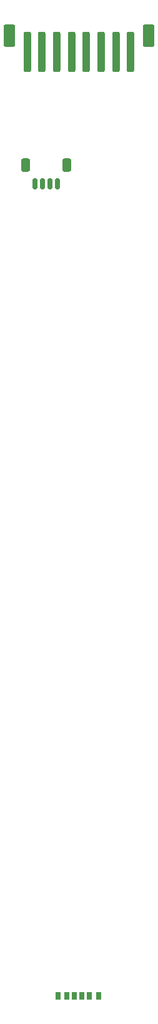
<source format=gbr>
%TF.GenerationSoftware,KiCad,Pcbnew,(6.0.4-0)*%
%TF.CreationDate,2022-12-13T14:35:05+01:00*%
%TF.ProjectId,ControllerBoard,436f6e74-726f-46c6-9c65-72426f617264,rev?*%
%TF.SameCoordinates,Original*%
%TF.FileFunction,Paste,Top*%
%TF.FilePolarity,Positive*%
%FSLAX46Y46*%
G04 Gerber Fmt 4.6, Leading zero omitted, Abs format (unit mm)*
G04 Created by KiCad (PCBNEW (6.0.4-0)) date 2022-12-13 14:35:05*
%MOMM*%
%LPD*%
G01*
G04 APERTURE LIST*
G04 Aperture macros list*
%AMRoundRect*
0 Rectangle with rounded corners*
0 $1 Rounding radius*
0 $2 $3 $4 $5 $6 $7 $8 $9 X,Y pos of 4 corners*
0 Add a 4 corners polygon primitive as box body*
4,1,4,$2,$3,$4,$5,$6,$7,$8,$9,$2,$3,0*
0 Add four circle primitives for the rounded corners*
1,1,$1+$1,$2,$3*
1,1,$1+$1,$4,$5*
1,1,$1+$1,$6,$7*
1,1,$1+$1,$8,$9*
0 Add four rect primitives between the rounded corners*
20,1,$1+$1,$2,$3,$4,$5,0*
20,1,$1+$1,$4,$5,$6,$7,0*
20,1,$1+$1,$6,$7,$8,$9,0*
20,1,$1+$1,$8,$9,$2,$3,0*%
G04 Aperture macros list end*
%ADD10RoundRect,0.150000X-0.150000X-0.625000X0.150000X-0.625000X0.150000X0.625000X-0.150000X0.625000X0*%
%ADD11RoundRect,0.250000X-0.350000X-0.650000X0.350000X-0.650000X0.350000X0.650000X-0.350000X0.650000X0*%
%ADD12R,0.700000X1.050000*%
%ADD13R,0.760000X1.050000*%
%ADD14R,0.800000X1.050000*%
%ADD15RoundRect,0.250000X-0.250000X-2.500000X0.250000X-2.500000X0.250000X2.500000X-0.250000X2.500000X0*%
%ADD16RoundRect,0.250000X-0.550000X-1.250000X0.550000X-1.250000X0.550000X1.250000X-0.550000X1.250000X0*%
G04 APERTURE END LIST*
D10*
%TO.C,CONN1*%
X104799000Y-58221000D03*
X105799000Y-58221000D03*
X106799000Y-58221000D03*
X107799000Y-58221000D03*
D11*
X109099000Y-55696000D03*
X103499000Y-55696000D03*
%TD*%
D12*
%TO.C,J2*%
X110150000Y-168175000D03*
D13*
X112170000Y-168175000D03*
D14*
X113400000Y-168175000D03*
D12*
X111150000Y-168175000D03*
D13*
X109130000Y-168175000D03*
D14*
X107900000Y-168175000D03*
%TD*%
D15*
%TO.C,J1*%
X103744000Y-40370000D03*
X105744000Y-40370000D03*
X107744000Y-40370000D03*
X109744000Y-40370000D03*
X111744000Y-40370000D03*
X113744000Y-40370000D03*
X115744000Y-40370000D03*
X117744000Y-40370000D03*
D16*
X101344000Y-38120000D03*
X120144000Y-38120000D03*
%TD*%
M02*

</source>
